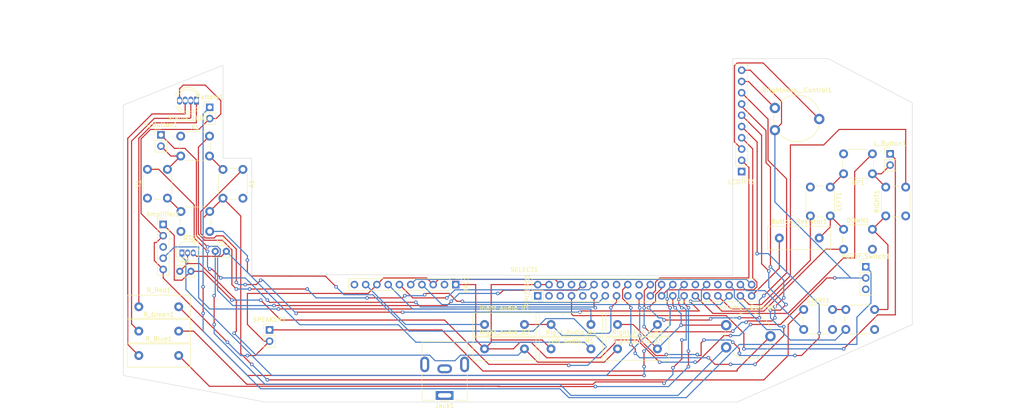
<source format=kicad_pcb>
(kicad_pcb (version 20211014) (generator pcbnew)
  (layers (0 "F.Cu" signal) (31 "B.Cu" signal) (34 "B.Paste" user) (35 "F.Paste" user) (36 "B.SilkS" user "B.Silkscreen") (37 "F.SilkS" user "F.Silkscreen") (38 "B.Mask" user) (39 "F.Mask" user) (44 "Edge.Cuts" user))
  (net 0 "")
  (net 1 "Net-(A1-Pad1)")
  (net 2 "Net-(A1-Pad2)")
  (net 3 "Net-(Amplifier1-Pad1)")
  (net 4 "Net-(Amplifier1-Pad2)")
  (net 6 "Net-(Amplifier1-Pad4)")
  (net 7 "Net-(B1-Pad1)")
  (net 8 "Net-(Battery1-Pad1)")
  (net 9 "Net-(Brightness__Control1-Pad2)")
  (net 10 "Net-(C1-Pad1)")
  (net 11 "Net-(SPEAKER1-Pad1)")
  (net 12 "Net-(C2-Pad2)")
  (net 14 "Net-(DAC1-Pad4)")
  (net 15 "Net-(DAC1-Pad5)")
  (net 16 "Net-(DAC1-Pad6)")
  (net 17 "Net-(DAC1-Pad7)")
  (net 18 "Net-(DAC1-Pad9)")
  (net 20 "Net-(C2-Pad1)")
  (net 22 "Net-(LCDTFT1-Pad2)")
  (net 23 "Net-(LCDTFT1-Pad4)")
  (net 24 "Net-(LCDTFT1-Pad5)")
  (net 25 "Net-(LCDTFT1-Pad6)")
  (net 26 "Net-(LCDTFT1-Pad7)")
  (net 27 "Net-(LCDTFT1-Pad8)")
  (net 28 "Net-(DOWN1-Pad2)")
  (net 29 "Net-(LEFT1-Pad2)")
  (net 31 "Net-(Q1-Pad1)")
  (net 32 "Net-(L_Button1-Pad1)")
  (net 37 "Net-(RPIZERO1-Pad10)")
  (net 38 "Net-(RPIZERO1-Pad11)")
  (net 39 "Net-(RIGHT1-Pad2)")
  (net 42 "Net-(RPIZERO1-Pad13)")
  (net 43 "Net-(RPIZERO1-Pad26)")
  (net 44 "Net-(RPIZERO1-Pad27)")
  (net 45 "Net-(RPIZERO1-Pad29)")
  (net 46 "Net-(RPIZERO1-Pad28)")
  (net 47 "Net-(RPIZERO1-Pad36)")
  (net 48 "Net-(RPIZERO1-Pad38)")
  (net 49 "Net-(Status_LED1-Pad1)")
  (net 50 "Net-(Status_LED1-Pad2)")
  (net 51 "Net-(Status_LED1-Pad3)")
  (footprint "Connector_PinHeader_2.54mm:PinHeader_1x10_P2.54mm_Vertical" (layer "F.Cu") (at 171 69.5 180)
    (fp_text reference "LCDTFT1")
    (fp_text value "Conn_01x10")
  )
  (footprint "Resistor_THT:R_Box_L14.0mm_W5.0mm_P9.00mm" (layer "F.Cu") (at 143 109.5)
    (fp_text reference "Right_Audio_R3")
    (fp_text value "1000")
  )
  (footprint "Connector_PinHeader_2.54mm:PinHeader_1x03_P2.54mm_Vertical" (layer "F.Cu") (at 199 90.975)
    (fp_text reference "Power_Switch1")
    (fp_text value "SW_SPDT")
  )
  (footprint "Capacitor_THT:C_Rect_L4.0mm_W2.5mm_P2.50mm" (layer "F.Cu") (at 52.25 87.5)
    (fp_text reference "C2")
    (fp_text value "C_Polarized_Small")
  )
  (footprint "Connector_PinHeader_2.54mm:PinHeader_1x02_P2.54mm_Vertical" (layer "F.Cu") (at 40 61.225)
    (fp_text reference "R_Button1")
    (fp_text value "Conn_01x02")
  )
  (footprint "Connector_PinHeader_2.54mm:PinHeader_2x20_P2.54mm_Vertical" (layer "F.Cu") (at 125 97.54 90)
    (fp_text reference "RPIZERO1")
    (fp_text value "Conn_02x20_Odd_Even")
  )
  (footprint "Button_Switch_THT:SW_PUSH_6mm" (layer "F.Cu") (at 200.5 70 180)
    (fp_text reference "UP1")
    (fp_text value "SW_Push_Dual")
  )
  (footprint "Potentiometer_THT:Potentiometer_Piher_PT-10-V10_Vertical" (layer "F.Cu") (at 167.5 109.15)
    (fp_text reference "Volume__Control1")
    (fp_text value "10k")
  )
  (footprint "Resistor_THT:R_Box_L14.0mm_W5.0mm_P9.00mm" (layer "F.Cu") (at 35 100)
    (fp_text reference "R_Red1")
    (fp_text value "220")
  )
  (footprint "Resistor_THT:R_Box_L14.0mm_W5.0mm_P9.00mm" (layer "F.Cu") (at 152 104 180)
    (fp_text reference "Right_Audio_R5")
    (fp_text value "20")
  )
  (footprint "Potentiometer_THT:Potentiometer_Piher_PT-10-V10_Vertical" (layer "F.Cu") (at 178.5 60.15)
    (fp_text reference "Brightness__Control1")
    (fp_text value "10k")
  )
  (footprint "Connector_PinHeader_2.54mm:PinHeader_1x02_P2.54mm_Vertical" (layer "F.Cu") (at 64.5 105.225)
    (fp_text reference "SPEAKER1")
    (fp_text value "Conn_01x02")
  )
  (footprint "Button_Switch_THT:SW_PUSH_6mm" (layer "F.Cu") (at 58.482231 69.015407 -90)
    (fp_text reference "A1")
    (fp_text value "SW_Push_Dual")
  )
  (footprint "Button_Switch_THT:SW_PUSH_6mm" (layer "F.Cu") (at 194.001226 82.530877)
    (fp_text reference "DOWN1")
    (fp_text value "SW_Push_Dual")
  )
  (footprint "LED_THT:LED_D5.0mm-4_RGB" (layer "F.Cu") (at 48 53.5 180)
    (fp_text reference "Status_LED1")
    (fp_text value "LED_RGBK")
  )
  (footprint "Button_Switch_THT:SW_PUSH_6mm" (layer "F.Cu") (at 51 83 180)
    (fp_text reference "B1")
    (fp_text value "SW_Push_Dual")
  )
  (footprint "Resistor_THT:R_Box_L14.0mm_W5.0mm_P9.00mm" (layer "F.Cu") (at 35 111)
    (fp_text reference "R_Blue1")
    (fp_text value "220")
  )
  (footprint "Connector_PinHeader_2.54mm:PinHeader_1x02_P2.54mm_Vertical" (layer "F.Cu") (at 51 55)
    (fp_text reference "Battery1")
    (fp_text value "Conn_01x02")
  )
  (footprint "Resistor_THT:R_Box_L14.0mm_W5.0mm_P9.00mm" (layer "F.Cu") (at 35 105.5)
    (fp_text reference "R_Green1")
    (fp_text value "220")
  )
  (footprint "Button_Switch_THT:SW_PUSH_6mm" (layer "F.Cu") (at 36.95 75.5 90)
    (fp_text reference "Y1")
    (fp_text value "SW_Push_Dual")
  )
  (footprint "Resistor_THT:R_Box_L14.0mm_W5.0mm_P9.00mm" (layer "F.Cu") (at 113 109.5)
    (fp_text reference "Right_Audio_R2")
    (fp_text value "3220")
  )
  (footprint "Resistor_THT:R_Box_L14.0mm_W5.0mm_P9.00mm" (layer "F.Cu") (at 128 109.5)
    (fp_text reference "Right_Audio_R4")
    (fp_text value "100")
  )
  (footprint "Resistor_THT:R_Box_L14.0mm_W5.0mm_P9.00mm" (layer "F.Cu") (at 179.5 84.5)
    (fp_text reference "Button_Resistor1")
    (fp_text value "10k")
  )
  (footprint "Connector_BarrelJack:BarrelJack_CUI_PJ-063AH_Horizontal" (layer "F.Cu") (at 104 120 180)
    (fp_text reference "Jack1")
    (fp_text value "AudioJack3")
  )
  (footprint "Capacitor_THT:C_Rect_L4.0mm_W2.5mm_P2.50mm" (layer "F.Cu") (at 44.25 92)
    (fp_text reference "C1")
    (fp_text value "C_Polarized_Small")
  )
  (footprint "Package_TO_SOT_THT:TO-92_Inline" (layer "F.Cu") (at 44.73 87.86)
    (fp_text reference "Q1")
    (fp_text value "S8050")
  )
  (footprint "Button_Switch_THT:SW_PUSH_6mm" (layer "F.Cu") (at 194.5 100.625)
    (fp_text reference locked "SELECT1")
    (fp_text value "SW_Push_Dual")
  )
  (footprint "Button_Switch_THT:SW_PUSH_6mm" (layer "F.Cu") (at 191 73 -90)
    (fp_text reference "LEFT1")
    (fp_text value "SW_Push_Dual")
  )
  (footprint "Connector_PinHeader_2.54mm:PinHeader_1x05_P2.54mm_Vertical" (layer "F.Cu") (at 40.5 81.425)
    (fp_text reference "Amplifier1")
    (fp_text value "Conn_01x05")
  )
  (footprint "Button_Switch_THT:SW_PUSH_6mm" (layer "F.Cu") (at 185 100.625)
    (fp_text reference "START1")
    (fp_text value "SW_Push_Dual")
  )
  (footprint "Connector_PinHeader_2.54mm:PinHeader_1x02_P2.54mm_Vertical" (layer "F.Cu") (at 204.5 65.5)
    (fp_text reference "L_Button1")
    (fp_text value "Conn_01x02")
  )
  (footprint "Resistor_THT:R_Box_L14.0mm_W5.0mm_P9.00mm" (layer "F.Cu") (at 113 104)
    (fp_text reference "Right_Audio_R1")
    (fp_text value "100")
  )
  (footprint "Button_Switch_THT:SW_PUSH_6mm" (layer "F.Cu") (at 203.508347 79.506304 90)
    (fp_text reference "RIGHT1")
    (fp_text value "SW_Push_Dual")
  )
  (footprint "Button_Switch_THT:SW_PUSH_6mm" (layer "F.Cu") (at 44.45 61.5)
    (fp_text reference "X1")
    (fp_text value "SW_Push_Dual")
  )
  (footprint "Resistor_THT:R_Box_L14.0mm_W5.0mm_P9.00mm" (layer "F.Cu") (at 137 104 180)
    (fp_text reference "Left_Audio_R1")
    (fp_text value "100")
  )
  (footprint "Connector_PinHeader_2.54mm:PinHeader_1x10_P2.54mm_Vertical" (layer "F.Cu") (at 106.5 95 -90)
    (fp_text reference "DAC1")
    (fp_text value "Conn_01x10")
  )
  (gr_poly (pts (xy 209.5 54) (xy 209.5 104) (xy 170 121.5) (xy 63.5 121.5) (xy 31.5 115.5) (xy 31.5 54.5) (xy 54 45.5) (xy 54 66.5) (xy 60.5 66.5) (xy 60.5 92.729951) (xy 169 93) (xy 169 44) (xy 190.5 44)) (layer "Edge.Cuts") (width 0.1) (fill none))
  (segment (start 49 83.5) (end 49 78.497638) (width 0.25) (layer "F.Cu") (net 1))
  (segment (start 61.5 95) (end 59 95) (width 0.25) (layer "F.Cu") (net 1))
  (segment (start 49 78.497638) (end 58.482231 69.015407) (width 0.25) (layer "F.Cu") (net 1))
  (segment (start 134.775 100.9495) (end 134.5 101.2245) (width 0.25) (layer "F.Cu") (net 1))
  (segment (start 54 84) (end 52.5 84) (width 0.25) (layer "F.Cu") (net 1))
  (segment (start 50 84.5) (end 49 83.5) (width 0.25) (layer "F.Cu") (net 1))
  (segment (start 161.4495 100.9495) (end 134.775 100.9495) (width 0.25) (layer "F.Cu") (net 1))
  (segment (start 161.4495 100.9495) (end 159.5 99) (width 0.25) (layer "F.Cu") (net 1))
  (segment (start 159.5 99) (end 159.5 98.7755) (width 0.25) (layer "F.Cu") (net 1))
  (segment (start 52 84.5) (end 50 84.5) (width 0.25) (layer "F.Cu") (net 1))
  (segment (start 52.5 84) (end 52 84.5) (width 0.25) (layer "F.Cu") (net 1))
  (segment (start 94.5 101.2245) (end 70.7755 101.2245) (width 0.25) (layer "F.Cu") (net 1))
  (segment (start 62.5 94) (end 61.5 95) (width 0.25) (layer "F.Cu") (net 1))
  (segment (start 70.7755 101.2245) (end 70.5 101.5) (width 0.25) (layer "F.Cu") (net 1))
  (segment (start 57 87) (end 54 84) (width 0.25) (layer "F.Cu") (net 1))
  (segment (start 57 94.5) (end 57 87) (width 0.25) (layer "F.Cu") (net 1))
  (via (at 134.5 101.2245) (size 0.8) (drill 0.4) (layers "F.Cu" "B.Cu") (net 1))
  (via (at 70.5 101.5) (size 0.8) (drill 0.4) (layers "F.Cu" "B.Cu") (net 1))
  (via (at 59 95) (size 0.8) (drill 0.4) (layers "F.Cu" "B.Cu") (net 1))
  (via (at 62.5 94) (size 0.8) (drill 0.4) (layers "F.Cu" "B.Cu") (net 1))
  (via (at 94.5 101.2245) (size 0.8) (drill 0.4) (layers "F.Cu" "B.Cu") (net 1))
  (via (at 57 94.5) (size 0.8) (drill 0.4) (layers "F.Cu" "B.Cu") (net 1))
  (via (at 159.5 98.7755) (size 0.8) (drill 0.4) (layers "F.Cu" "B.Cu") (net 1))
  (segment (start 161.925 98.575) (end 161.7245 98.7755) (width 0.25) (layer "B.Cu") (net 1))
  (segment (start 57.5 95) (end 57 94.5) (width 0.25) (layer "B.Cu") (net 1))
  (segment (start 70.5 101.5) (end 63 94) (width 0.25) (layer "B.Cu") (net 1))
  (segment (start 134.5 101.2245) (end 94.5 101.2245) (width 0.25) (layer "B.Cu") (net 1))
  (segment (start 161.925 96.175) (end 161.925 98.575) (width 0.25) (layer "B.Cu") (net 1))
  (segment (start 63 94) (end 62.5 94) (width 0.25) (layer "B.Cu") (net 1))
  (segment (start 59 95) (end 57.5 95) (width 0.25) (layer "B.Cu") (net 1))
  (segment (start 161.7245 98.7755) (end 159.5 98.7755) (width 0.25) (layer "B.Cu") (net 1))
  (segment (start 163.1 95) (end 161.925 96.175) (width 0.25) (layer "B.Cu") (net 1))
  (segment (start 59.187396 111.737299) (end 58 110.549903) (width 0.25) (layer "F.Cu") (net 2))
  (segment (start 184.875 100.625) (end 181.5 104) (width 0.25) (layer "F.Cu") (net 2))
  (segment (start 60.450097 113) (end 60.5 113) (width 0.25) (layer "F.Cu") (net 2))
  (segment (start 191 79.5) (end 194.001226 82.501226) (width 0.25) (layer "F.Cu") (net 2))
  (segment (start 191 82) (end 188.5 84.5) (width 0.25) (layer "F.Cu") (net 2))
  (segment (start 200.502043 70) (end 200.5 70) (width 0.25) (layer "F.Cu") (net 2))
  (segment (start 181.5 111) (end 176 116.5) (width 0.25) (layer "F.Cu") (net 2))
  (segment (start 49.5 80) (end 49.5 82.5) (width 0.25) (layer "F.Cu") (net 2))
  (segment (start 200.501226 82.530877) (end 203.508347 79.523756) (width 0.25) (layer "F.Cu") (net 2))
  (segment (start 194.5 100.625) (end 191.5 100.625) (width 0.25) (layer "F.Cu") (net 2))
  (segment (start 58 79.533176) (end 53.982231 75.515407) (width 0.25) (layer "F.Cu") (net 2))
  (segment (start 203.508347 79.523756) (end 203.508347 79.506304) (width 0.25) (layer "F.Cu") (net 2))
  (segment (start 51 78.5) (end 49.5 80) (width 0.25) (layer "F.Cu") (net 2))
  (segment (start 50.95 66) (end 53.965407 69.015407) (width 0.25) (layer "F.Cu") (net 2))
  (segment (start 194 70) (end 191 73) (width 0.25) (layer "F.Cu") (net 2))
  (segment (start 44.45 66) (end 42.235 66) (width 0.25) (layer "F.Cu") (net 2))
  (segment (start 191 79.5) (end 191 82) (width 0.25) (layer "F.Cu") (net 2))
  (segment (start 185 100.625) (end 184.875 100.625) (width 0.25) (layer "F.Cu") (net 2))
  (segment (start 203.508347 73.006304) (end 200.502043 70) (width 0.25) (layer "F.Cu") (net 2))
  (segment (start 58 110.549903) (end 58 79.533176) (width 0.25) (layer "F.Cu") (net 2))
  (segment (start 200.5 70) (end 202.54 70) (width 0.25) (layer "F.Cu") (net 2))
  (segment (start 204 100.5) (end 204 86.029651) (width 0.25) (layer "F.Cu") (net 2))
  (segment (start 176 116.5) (end 64 116.5) (width 0.25) (layer "F.Cu") (net 2))
  (segment (start 203.875 100.625) (end 204 100.5) (width 0.25) (layer "F.Cu") (net 2))
  (segment (start 59.187396 111.737299) (end 60.450097 113) (width 0.25) (layer "F.Cu") (net 2))
  (segment (start 41.45 69) (end 44.45 66) (width 0.25) (layer "F.Cu") (net 2))
  (segment (start 194.001226 82.501226) (end 194.001226 82.530877) (width 0.25) (layer "F.Cu") (net 2))
  (segment (start 44.5 78.5) (end 41.5 75.5) (width 0.25) (layer "F.Cu") (net 2))
  (segment (start 181.5 104) (end 181.5 111) (width 0.25) (layer "F.Cu") (net 2))
  (segment (start 201 100.625) (end 203.875 100.625) (width 0.25) (layer "F.Cu") (net 2))
  (segment (start 202.54 70) (end 204.5 68.04) (width 0.25) (layer "F.Cu") (net 2))
  (segment (start 51 78.497638) (end 51 78.5) (width 0.25) (layer "F.Cu") (net 2))
  (segment (start 41.5 75.5) (end 41.45 75.5) (width 0.25) (layer "F.Cu") (net 2))
  (segment (start 53.982231 75.515407) (end 51 78.497638) (width 0.25) (layer "F.Cu") (net 2))
  (segment (start 53.965407 69.015407) (end 53.982231 69.015407) (width 0.25) (layer "F.Cu") (net 2))
  (segment (start 200.501226 82.513425) (end 200.501226 82.530877) (width 0.25) (layer "F.Cu") (net 2))
  (segment (start 204 86.029651) (end 200.501226 82.530877) (width 0.25) (layer "F.Cu") (net 2))
  (segment (start 42.235 66) (end 40 63.765) (width 0.25) (layer "F.Cu") (net 2))
  (via (at 64 116.5) (size 0.8) (drill 0.4) (layers "F.Cu" "B.Cu") (net 2))
  (via (at 60.5 113) (size 0.8) (drill 0.4) (layers "F.Cu" "B.Cu") (net 2))
  (segment (start 60.5 113) (end 64 116.5) (width 0.25) (layer "B.Cu") (net 2))
  (segment (start 113.968556 113) (end 131.7755 113) (width 0.25) (layer "F.Cu") (net 3))
  (segment (start 62.5 98.5) (end 67 103) (width 0.25) (layer "F.Cu") (net 3))
  (segment (start 43 83.925) (end 43 94) (width 0.25) (layer "F.Cu") (net 3))
  (segment (start 67 103) (end 104 103) (width 0.25) (layer "F.Cu") (net 3))
  (segment (start 44.75 94) (end 46.75 92) (width 0.25) (layer "F.Cu") (net 3))
  (segment (start 104 103.031444) (end 113.968556 113) (width 0.25) (layer "F.Cu") (net 3))
  (segment (start 122 104) (end 128 104) (width 0.25) (layer "F.Cu") (net 3))
  (segment (start 46.75 92) (end 49.5 92) (width 0.25) (layer "F.Cu") (net 3))
  (segment (start 43 94) (end 44.75 94) (width 0.25) (layer "F.Cu") (net 3))
  (segment (start 40.5 81.425) (end 43 83.925) (width 0.25) (layer "F.Cu") (net 3))
  (segment (start 131.7755 113) (end 132 113.2245) (width 0.25) (layer "F.Cu") (net 3))
  (segment (start 104 103) (end 104 103.031444) (width 0.25) (layer "F.Cu") (net 3))
  (segment (start 49.5 92) (end 56 98.5) (width 0.25) (layer "F.Cu") (net 3))
  (via (at 62.5 98.5) (size 0.8) (drill 0.4) (layers "F.Cu" "B.Cu") (net 3))
  (via (at 56 98.5) (size 0.8) (drill 0.4) (layers "F.Cu" "B.Cu") (net 3))
  (via (at 132 113.2245) (size 0.8) (drill 0.4) (layers "F.Cu" "B.Cu") (net 3))
  (segment (start 132 113.2245) (end 136.2755 113.2245) (width 0.25) (layer "B.Cu") (net 3))
  (segment (start 56 98.5) (end 62.5 98.5) (width 0.25) (layer "B.Cu") (net 3))
  (segment (start 136.2755 113.2245) (end 140.5 109) (width 0.25) (layer "B.Cu") (net 3))
  (segment (start 140.5 109) (end 138 106.5) (width 0.25) (layer "B.Cu") (net 3))
  (segment (start 138 106.5) (end 130.5 106.5) (width 0.25) (layer "B.Cu") (net 3))
  (segment (start 130.5 106.5) (end 128 104) (width 0.25) (layer "B.Cu") (net 3))
  (segment (start 40.5 91.585) (end 38.5 89.585) (width 0.25) (layer "F.Cu") (net 4))
  (segment (start 143 104) (end 146.5 104) (width 0.25) (layer "F.Cu") (net 4))
  (segment (start 179.5 91.3) (end 179.5 84.5) (width 0.25) (layer "F.Cu") (net 4))
  (segment (start 146.5 104) (end 152 109.5) (width 0.25) (layer "F.Cu") (net 4))
  (segment (start 51 57.54) (end 52.46 57.54) (width 0.25) (layer "F.Cu") (net 4))
  (segment (start 35.5 78.965) (end 40.5 83.965) (width 0.25) (layer "F.Cu") (net 4))
  (segment (start 173.26 97.54) (end 179.5 91.3) (width 0.25) (layer "F.Cu") (net 4))
  (segment (start 45 50) (end 44.19 50.81) (width 0.25) (layer "F.Cu") (net 4))
  (segment (start 40.5 91.585) (end 40.5 93.5) (width 0.25) (layer "F.Cu") (net 4))
  (segment (start 44.19 50.81) (end 44.19 53.5) (width 0.25) (layer "F.Cu") (net 4))
  (segment (start 156 100.225) (end 155.48 99.705) (width 0.25) (layer "F.Cu") (net 4))
  (segment (start 86.72 97) (end 88.72 95) (width 0.25) (layer "F.Cu") (net 4))
  (segment (start 61.252701 111.012299) (end 64.5 107.765) (width 0.25) (layer "F.Cu") (net 4))
  (segment (start 155.48 99.705) (end 155.48 97.54) (width 0.25) (layer "F.Cu") (net 4))
  (segment (start 52.46 57.54) (end 53.5 56.5) (width 0.25) (layer "F.Cu") (net 4))
  (segment (start 50 50) (end 45 50) (width 0.25) (layer "F.Cu") (net 4))
  (segment (start 38.965 85.5) (end 40.5 83.965) (width 0.25) (layer "F.Cu") (net 4))
  (segment (start 38.5 89.585) (end 38.5 85.5) (width 0.25) (layer "F.Cu") (net 4))
  (segment (start 88.72 95) (end 90.22 93.5) (width 0.25) (layer "F.Cu") (net 4))
  (segment (start 40.5 93.5) (end 55 108) (width 0.25) (layer "F.Cu") (net 4))
  (segment (start 102.595 93.825) (end 128.905 93.825) (width 0.25) (layer "F.Cu") (net 4))
  (segment (start 172.53 49.18) (end 171 49.18) (width 0.25) (layer "F.Cu") (net 4))
  (segment (start 59.5 97) (end 86.72 97) (width 0.25) (layer "F.Cu") (net 4))
  (segment (start 51 57.54) (end 48.54 60) (width 0.25) (layer "F.Cu") (net 4))
  (segment (start 101.42 95) (end 102.595 93.825) (width 0.25) (layer "F.Cu") (net 4))
  (segment (start 178.5 55.15) (end 172.53 49.18) (width 0.25) (layer "F.Cu") (net 4))
  (segment (start 38.5 85.5) (end 38.965 85.5) (width 0.25) (layer "F.Cu") (net 4))
  (segment (start 53.5 53.5) (end 50 50) (width 0.25) (layer "F.Cu") (net 4))
  (segment (start 64.5 107.765) (end 63.265 107.765) (width 0.25) (layer "F.Cu") (net 4))
  (segment (start 35.5 62.136396) (end 35.5 78.965) (width 0.25) (layer "F.Cu") (net 4))
  (segment (start 167.5 104.15) (end 157.35 104.15) (width 0.25) (layer "F.Cu") (net 4))
  (segment (start 59.5 104) (end 59.5 97) (width 0.25) (layer "F.Cu") (net 4))
  (segment (start 53.5 56.5) (end 53.5 53.5) (width 0.25) (layer "F.Cu") (net 4))
  (segment (start 37.636396 60) (end 35.5 62.136396) (width 0.25) (layer "F.Cu") (net 4))
  (segment (start 99.92 93.5) (end 101.42 95) (width 0.25) (layer "F.Cu") (net 4))
  (segment (start 90.22 93.5) (end 99.92 93.5) (width 0.25) (layer "F.Cu") (net 4))
  (segment (start 48.54 60) (end 37.636396 60) (width 0.25) (layer "F.Cu") (net 4))
  (segment (start 128.905 93.825) (end 130.08 95) (width 0.25) (layer "F.Cu") (net 4))
  (segment (start 63.265 107.765) (end 59.5 104) (width 0.25) (layer "F.Cu") (net 4))
  (segment (start 59.487701 111.012299) (end 61.252701 111.012299) (width 0.25) (layer "F.Cu") (net 4))
  (via (at 59.487701 111.012299) (size 0.8) (drill 0.4) (layers "F.Cu" "B.Cu") (net 4))
  (via (at 156 100.225) (size 0.8) (drill 0.4) (layers "F.Cu" "B.Cu") (net 4))
  (via (at 157.35 104.15) (size 0.8) (drill 0.4) (layers "F.Cu" "B.Cu") (net 4))
  (via (at 55 108) (size 0.8) (drill 0.4) (layers "F.Cu" "B.Cu") (net 4))
  (segment (start 156 100.225) (end 157.35 101.575) (width 0.25) (layer "B.Cu") (net 4))
  (segment (start 157.35 101.575) (end 157.35 104.15) (width 0.25) (layer "B.Cu") (net 4))
  (segment (start 58.012299 111.012299) (end 59.487701 111.012299) (width 0.25) (layer "B.Cu") (net 4))
  (segment (start 55 108) (end 58.012299 111.012299) (width 0.25) (layer "B.Cu") (net 4))
  (segment (start 157.35 104.15) (end 152 109.5) (width 0.25) (layer "B.Cu") (net 4))
  (segment (start 113 109.5) (end 111 107.5) (width 0.25) (layer "F.Cu") (net 6))
  (segment (start 139.126167 111.5) (end 142.5 108.126167) (width 0.25) (layer "F.Cu") (net 6))
  (segment (start 142.5 107.5) (end 147.468556 107.5) (width 0.25) (layer "F.Cu") (net 6))
  (segment (start 179.751167 104) (end 190.251167 93.5) (width 0.25) (layer "F.Cu") (net 6))
  (segment (start 167 106.5) (end 168.5 106.5) (width 0.25) (layer "F.Cu") (net 6))
  (segment (start 119.5 109.5) (end 121 108) (width 0.25) (layer "F.Cu") (net 6))
  (segment (start 121 108) (end 123.5 108) (width 0.25) (layer "F.Cu") (net 6))
  (segment (start 114.5 107.5) (end 114.5 108) (width 0.25) (layer "F.Cu") (net 6))
  (segment (start 66.5 100.5) (end 106.5 100.5) (width 0.25) (layer "F.Cu") (net 6))
  (segment (start 142.5 108.126167) (end 142.5 107.5) (width 0.25) (layer "F.Cu") (net 6))
  (segment (start 111 95) (end 106.5 95) (width 0.25) (layer "F.Cu") (net 6))
  (segment (start 113 109.5) (end 119.5 109.5) (width 0.25) (layer "F.Cu") (net 6))
  (segment (start 151.765722 111.765722) (end 151.734278 111.765722) (width 0.25) (layer "F.Cu") (net 6))
  (segment (start 172.945708 46.64) (end 171 46.64) (width 0.25) (layer "F.Cu") (net 6))
  (segment (start 179.995 53.689292) (end 172.945708 46.64) (width 0.25) (layer "F.Cu") (net 6))
  (segment (start 123.5 108) (end 127 111.5) (width 0.25) (layer "F.Cu") (net 6))
  (segment (start 114.5 108) (end 113 109.5) (width 0.25) (layer "F.Cu") (net 6))
  (segment (start 151.734278 111.765722) (end 152.468556 112.5) (width 0.25) (layer "F.Cu") (net 6))
  (segment (start 178.5 60.15) (end 179.995 58.655) (width 0.25) (layer "F.Cu") (net 6))
  (segment (start 127 111.5) (end 139.126167 111.5) (width 0.25) (layer "F.Cu") (net 6))
  (segment (start 125 95) (end 114.5 95) (width 0.25) (layer "F.Cu") (net 6))
  (segment (start 147.468556 107.5) (end 151.734278 111.765722) (width 0.25) (layer "F.Cu") (net 6))
  (segment (start 125 95) (end 127.54 95) (width 0.25) (layer "F.Cu") (net 6))
  (segment (start 173 104) (end 179.751167 104) (width 0.25) (layer "F.Cu") (net 6))
  (segment (start 161 112.5) (end 167 106.5) (width 0.25) (layer "F.Cu") (net 6))
  (segment (start 179.995 58.655) (end 179.995 53.689292) (width 0.25) (layer "F.Cu") (net 6))
  (segment (start 190.251167 93.5) (end 192 93.5) (width 0.25) (layer "F.Cu") (net 6))
  (segment (start 126 107.5) (end 114.5 107.5) (width 0.25) (layer "F.Cu") (net 6))
  (segment (start 111 107.5) (end 111 95) (width 0.25) (layer "F.Cu") (net 6))
  (segment (start 152.5 112.5) (end 151.765722 111.765722) (width 0.25) (layer "F.Cu") (net 6))
  (segment (start 128 109.5) (end 126 107.5) (width 0.25) (layer "F.Cu") (net 6))
  (segment (start 161 112.5) (end 160.5 112.5) (width 0.25) (layer "F.Cu") (net 6))
  (segment (start 114.5 107.5) (end 114.5 95) (width 0.25) (layer "F.Cu") (net 6))
  (via (at 152.5 112.5) (size 0.8) (drill 0.4) (layers "F.Cu" "B.Cu") (net 6))
  (via (at 173 104) (size 0.8) (drill 0.4) (layers "F.Cu" "B.Cu") (net 6))
  (via (at 168.5 106.5) (size 0.8) (drill 0.4) (layers "F.Cu" "B.Cu") (net 6))
  (via (at 160.5 112.5) (size 0.8) (drill 0.4) (layers "F.Cu" "B.Cu") (net 6))
  (via (at 66.5 100.5) (size 0.8) (drill 0.4) (layers "F.Cu" "B.Cu") (net 6))
  (via (at 192 93.5) (size 0.8) (drill 0.4) (layers "F.Cu" "B.Cu") (net 6))
  (segment (start 178.5 76.373833) (end 178.5 60.15) (width 0.25) (layer "B.Cu") (net 6))
  (segment (start 195.5 93.5) (end 195.563084 93.436916) (width 0.25) (layer "B.Cu") (net 6))
  (segment (start 40.5 89.045) (end 43.045 86.5) (width 0.25) (layer "B.Cu") (net 6))
  (segment (start 43.045 86.5) (end 48.5 86.5) (width 0.25) (layer "B.Cu") (net 6))
  (segment (start 195.563084 93.436916) (end 178.5 76.373833) (width 0.25) (layer "B.Cu") (net 6))
  (segment (start 160.5 112.5) (end 152.5 112.5) (width 0.25) (layer "B.Cu") (net 6))
  (segment (start 168.5 106.5) (end 170.5 106.5) (width 0.25) (layer "B.Cu") (net 6))
  (segment (start 51 100.5) (end 66.5 100.5) (width 0.25) (layer "B.Cu") (net 6))
  (segment (start 48.5 86.5) (end 48.5 98) (width 0.25) (layer "B.Cu") (net 6))
  (segment (start 48.5 98) (end 51 100.5) (width 0.25) (layer "B.Cu") (net 6))
  (segment (start 192 93.5) (end 195.5 93.5) (width 0.25) (layer "B.Cu") (net 6))
  (segment (start 170.5 106.5) (end 173 104) (width 0.25) (layer "B.Cu") (net 6))
  (segment (start 195.641167 93.515) (end 195.563084 93.436916) (width 0.25) (layer "B.Cu") (net 6))
  (segment (start 199 93.515) (end 195.641167 93.515) (width 0.25) (layer "B.Cu") (net 6))
  (segment (start 76.999761 93.096019) (end 77.096019 93.096019) (width 0.25) (layer "F.Cu") (net 7))
  (segment (start 142.78 98.945) (end 142.78 97.54) (width 0.25) (layer "F.Cu") (net 7))
  (segment (start 62.499851 93.05993) (end 76.999761 93.096019) (width 0.25) (layer "F.Cu") (net 7))
  (segment (start 60.37036 93.05993) (end 62.499851 93.05993) (width 0.25) (layer "F.Cu") (net 7))
  (segment (start 77.096019 93.096019) (end 79.5 95.5) (width 0.25) (layer "F.Cu") (net 7))
  (segment (start 59.5 89.5) (end 59.5 92.18957) (width 0.25) (layer "F.Cu") (net 7))
  (segment (start 141.5 100.225) (end 142.78 98.945) (width 0.25) (layer "F.Cu") (net 7))
  (segment (start 59.5 92.18957) (end 60.37036 93.05993) (width 0.25) (layer "F.Cu") (net 7))
  (via (at 59.5 89.5) (size 0.8) (drill 0.4) (layers "F.Cu" "B.Cu") (net 7))
  (via (at 141.5 100.225) (size 0.8) (drill 0.4) (layers "F.Cu" "B.Cu") (net 7))
  (via (at 79.5 95.5) (size 0.8) (drill 0.4) (layers "F.Cu" "B.Cu") (net 7))
  (segment (start 125 104.5) (end 126.825 102.675) (width 0.25) (layer "B.Cu") (net 7))
  (segment (start 81.275 97.275) (end 87.775 97.275) (width 0.25) (layer "B.Cu") (net 7))
  (segment (start 51 83) (end 54 83) (width 0.25) (layer "B.Cu") (net 7))
  (segment (start 79.5 95.5) (end 81.275 97.275) (width 0.25) (layer "B.Cu") (net 7))
  (segment (start 87.775 97.275) (end 96 105.5) (width 0.25) (layer "B.Cu") (net 7))
  (segment (start 141.5 105.5) (end 141.5 100.225) (width 0.25) (layer "B.Cu") (net 7))
  (segment (start 124 105.5) (end 125 104.5) (width 0.25) (layer "B.Cu") (net 7))
  (segment (start 126.825 102.675) (end 133.143556 102.675) (width 0.25) (layer "B.Cu") (net 7))
  (segment (start 136.468556 106) (end 141 106) (width 0.25) (layer "B.Cu") (net 7))
  (segment (start 54 83) (end 59.5 88.5) (width 0.25) (layer "B.Cu") (net 7))
  (segment (start 59.5 88.5) (end 59.5 89.5) (width 0.25) (layer "B.Cu") (net 7))
  (segment (start 96 105.5) (end 124 105.5) (width 0.25) (layer "B.Cu") (net 7))
  (segment (start 141 106) (end 141.5 105.5) (width 0.25) (layer "B.Cu") (net 7))
  (segment (start 133.143556 102.675) (end 136.468556 106) (width 0.25) (layer "B.Cu") (net 7))
  (segment (start 49.512299 95.512299) (end 49.5 95.5) (width 0.25) (layer "F.Cu") (net 8))
  (segment (start 49.512299 101.487701) (end 49.512299 95.512299) (width 0.25) (layer "F.Cu") (net 8))
  (via (at 49.5 95.5) (size 0.8) (drill 0.4) (layers "F.Cu" "B.Cu") (net 8))
  (via (at 49.512299 101.487701) (size 0.8) (drill 0.4) (layers "F.Cu" "B.Cu") (net 8))
  (segment (start 132 120.5) (end 158.5 120.5) (width 0.25) (layer "B.Cu") (net 8))
  (segment (start 158.5 120.5) (end 170.5 108.5) (width 0.25) (layer "B.Cu") (net 8))
  (segment (start 197 108.5) (end 197 102.359998) (width 0.25) (layer "B.Cu") (net 8))
  (segment (start 49.512299 101.487701) (end 49.512299 105.512299) (width 0.25) (layer "B.Cu") (net 8))
  (segment (start 62.5 118.5) (end 130 118.5) (width 0.25) (layer "B.Cu") (net 8))
  (segment (start 130 118.5) (end 132 120.5) (width 0.25) (layer "B.Cu") (net 8))
  (segment (start 197 102.359998) (end 200.175 99.184998) (width 0.25) (layer "B.Cu") (net 8))
  (segment (start 49.5 56.5) (end 51 55) (width 0.25) (layer "B.Cu") (net 8))
  (segment (start 49.5 95.5) (end 49.5 56.5) (width 0.25) (layer "B.Cu") (net 8))
  (segment (start 49.512299 105.512299) (end 62.5 118.5) (width 0.25) (layer "B.Cu") (net 8))
  (segment (start 170.5 108.5) (end 197 108.5) (width 0.25) (layer "B.Cu") (net 8))
  (segment (start 200.175 92.15) (end 199 90.975) (width 0.25) (layer "B.Cu") (net 8))
  (segment (start 200.175 99.184998) (end 200.175 92.15) (width 0.25) (layer "B.Cu") (net 8))
  (segment (start 175.85 45) (end 188.5 57.65) (width 0.25) (layer "F.Cu") (net 9))
  (segment (start 169.363557 45.636443) (end 170 45) (width 0.25) (layer "F.Cu") (net 9))
  (segment (start 169.363557 62.783557) (end 169.363557 45.636443) (width 0.25) (layer "F.Cu") (net 9))
  (segment (start 170 45) (end 175.85 45) (width 0.25) (layer "F.Cu") (net 9))
  (segment (start 171 64.42) (end 169.363557 62.783557) (width 0.25) (layer "F.Cu") (net 9))
  (segment (start 57 98.474695) (end 57 105) (width 0.25) (layer "F.Cu") (net 10))
  (segment (start 44.25 92) (end 46 90.25) (width 0.25) (layer "F.Cu") (net 10))
  (segment (start 140 112.5) (end 143 109.5) (width 0.25) (layer "F.Cu") (net 10))
  (segment (start 122 109.5) (end 125 112.5) (width 0.25) (layer "F.Cu") (net 10))
  (segment (start 56.300305 97.775) (end 57 98.474695) (width 0.25) (layer "F.Cu") (net 10))
  (segment (start 46 90.25) (end 46 87.86) (width 0.25) (layer "F.Cu") (net 10))
  (segment (start 125 112.5) (end 140 112.5) (width 0.25) (layer "F.Cu") (net 10))
  (segment (start 46 90.25) (end 48.724695 90.25) (width 0.25) (layer "F.Cu") (net 10))
  (segment (start 57 105.5) (end 56.512299 105.987701) (width 0.25) (layer "F.Cu") (net 10))
  (segment (start 56.249695 97.775) (end 56.300305 97.775) (width 0.25) (layer "F.Cu") (net 10))
  (segment (start 57 105) (end 57 105.5) (width 0.25) (layer "F.Cu") (net 10))
  (segment (start 48.724695 90.25) (end 56.249695 97.775) (width 0.25) (layer "F.Cu") (net 10))
  (via (at 56.512299 105.987701) (size 0.8) (drill 0.4) (layers "F.Cu" "B.Cu") (net 10))
  (segment (start 107.575 110.925) (end 120.575 110.925) (width 0.25) (layer "B.Cu") (net 10))
  (segment (start 106.324999 112.175001) (end 107.575 110.925) (width 0.25) (layer "B.Cu") (net 10))
  (segment (start 100.601596 110.925) (end 101.851597 112.175001) (width 0.25) (layer "B.Cu") (net 10))
  (segment (start 56.512299 105.987701) (end 61.449598 110.925) (width 0.25) (layer "B.Cu") (net 10))
  (segment (start 120.575 110.925) (end 122 109.5) (width 0.25) (layer "B.Cu") (net 10))
  (segment (start 101.851597 112.175001) (end 106.324999 112.175001) (width 0.25) (layer "B.Cu") (net 10))
  (segment (start 61.449598 110.925) (end 100.601596 110.925) (width 0.25) (layer "B.Cu") (net 10))
  (segment (start 170 114.5) (end 170 114.15) (width 0.25) (layer "F.Cu") (net 11))
  (segment (start 103.348833 105.225) (end 112.623833 114.5) (width 0.25) (layer "F.Cu") (net 11))
  (segment (start 112.623833 114.5) (end 170 114.5) (width 0.25) (layer "F.Cu") (net 11))
  (segment (start 170 114.15) (end 177.5 106.65) (width 0.25) (layer "F.Cu") (net 11))
  (segment (start 64.5 105.225) (end 103.348833 105.225) (width 0.25) (layer "F.Cu") (net 11))
  (segment (start 47.27 87.86) (end 48.035 88.625) (width 0.25) (layer "F.Cu") (net 12))
  (segment (start 53.625 88.625) (end 54.75 87.5) (width 0.25) (layer "F.Cu") (net 12))
  (segment (start 48.035 88.625) (end 53.625 88.625) (width 0.25) (layer "F.Cu") (net 12))
  (segment (start 97.5 108) (end 93.55 104.05) (width 0.25) (layer "B.Cu") (net 12))
  (segment (start 93.55 104.05) (end 71.3 104.05) (width 0.25) (layer "B.Cu") (net 12))
  (segment (start 71.3 104.05) (end 54.75 87.5) (width 0.25) (layer "B.Cu") (net 12))
  (segment (start 135.5 108) (end 97.5 108) (width 0.25) (layer "B.Cu") (net 12))
  (segment (start 137 109.5) (end 135.5 108) (width 0.25) (layer "B.Cu") (net 12))
  (segment (start 168.18 97.54) (end 166.22 99.5) (width 0.25) (layer "B.Cu") (net 14))
  (segment (start 103.38 99.5) (end 98.88 95) (width 0.25) (layer "B.Cu") (net 14))
  (segment (start 166.22 99.5) (end 103.38 99.5) (width 0.25) (layer "B.Cu") (net 14))
  (segment (start 96.34 95) (end 97.515 93.825) (width 0.25) (layer "B.Cu") (net 15))
  (segment (start 172.085 93.825) (end 173.26 95) (width 0.25) (layer "B.Cu") (net 15))
  (segment (start 97.515 93.825) (end 172.085 93.825) (width 0.25) (layer "B.Cu") (net 15))
  (segment (start 96.8 98) (end 104.5 98) (width 0.25) (layer "F.Cu") (net 16))
  (segment (start 93.8 95) (end 96.8 98) (width 0.25) (layer "F.Cu") (net 16))
  (via (at 104.5 98) (size 0.8) (drill 0.4) (layers "F.Cu" "B.Cu") (net 16))
  (segment (start 104.5 98) (end 106.325 96.175) (width 0.25) (layer "B.Cu") (net 16))
  (segment (start 106.325 96.175) (end 136.525 96.175) (width 0.25) (layer "B.Cu") (net 16))
  (segment (start 136.525 96.175) (end 137.7 95) (width 0.25) (layer "B.Cu") (net 16))
  (segment (start 96.76 100.5) (end 137 100.5) (width 0.25) (layer "B.Cu") (net 17))
  (segment (start 91.26 95) (end 96.76 100.5) (width 0.25) (layer "B.Cu") (net 17))
  (segment (start 137 100.5) (end 137 104) (width 0.25) (layer "B.Cu") (net 17))
  (segment (start 95.18 104) (end 113 104) (width 0.25) (layer "B.Cu") (net 18))
  (segment (start 86.18 95) (end 95.18 104) (width 0.25) (layer "B.Cu") (net 18))
  (segment (start 52.012299 103.987701) (end 52 103.975402) (width 0.25) (layer "F.Cu") (net 20))
  (segment (start 52 103.975402) (end 52 97.5) (width 0.25) (layer "F.Cu") (net 20))
  (via (at 52 97.5) (size 0.8) (drill 0.4) (layers "F.Cu" "B.Cu") (net 20))
  (via (at 52.012299 103.987701) (size 0.8) (drill 0.4) (layers "F.Cu" "B.Cu") (net 20))
  (segment (start 52.012299 103.987701) (end 52 104) (width 0.25) (layer "B.Cu") (net 20))
  (segment (start 63.474695 117.5) (end 130 117.5) (width 0.25) (layer "B.Cu") (net 20))
  (segment (start 52 97.5) (end 52.25 97.25) (width 0.25) (layer "B.Cu") (net 20))
  (segment (start 156.65 120) (end 167.5 109.15) (width 0.25) (layer "B.Cu") (net 20))
  (segment (start 52 104) (end 52 106.025305) (width 0.25) (layer "B.Cu") (net 20))
  (segment (start 132.5 120) (end 156.65 120) (width 0.25) (layer "B.Cu") (net 20))
  (segment (start 52.25 97.25) (end 52.25 87.5) (width 0.25) (layer "B.Cu") (net 20))
  (segment (start 130 117.5) (end 132.5 120) (width 0.25) (layer "B.Cu") (net 20))
  (segment (start 52 106.025305) (end 63.474695 117.5) (width 0.25) (layer "B.Cu") (net 20))
  (segment (start 152.5 93.5) (end 172.5 93.5) (width 0.25) (layer "F.Cu") (net 22))
  (segment (start 151.575 96.365) (end 151.575 94.425) (width 0.25) (layer "F.Cu") (net 22))
  (segment (start 172.636443 93.363557) (end 172.636443 68.596443) (width 0.25) (layer "F.Cu") (net 22))
  (segment (start 150.4 97.54) (end 151.575 96.365) (width 0.25) (layer "F.Cu") (net 22))
  (segment (start 151.575 94.425) (end 152.5 93.5) (width 0.25) (layer "F.Cu") (net 22))
  (segment (start 172.5 93.5) (end 172.636443 93.363557) (width 0.25) (layer "F.Cu") (net 22))
  (segment (start 172.636443 68.596443) (end 171 66.96) (width 0.25) (layer "F.Cu") (net 22))
  (segment (start 174.435 95.486701) (end 173.746701 96.175) (width 0.25) (layer "F.Cu") (net 23))
  (segment (start 171 61.88) (end 173.5 64.38) (width 0.25) (layer "F.Cu") (net 23))
  (segment (start 174.435 94.435) (end 174.435 95.486701) (width 0.25) (layer "F.Cu") (net 23))
  (segment (start 173.5 64.38) (end 173.5 93.5) (width 0.25) (layer "F.Cu") (net 23))
  (segment (start 173.5 93.5) (end 174.435 94.435) (width 0.25) (layer "F.Cu") (net 23))
  (segment (start 154.305 96.175) (end 152.94 97.54) (width 0.25) (layer "F.Cu") (net 23))
  (segment (start 173.746701 96.175) (end 154.305 96.175) (width 0.25) (layer "F.Cu") (net 23))
  (segment (start 188.5 107) (end 184.5 111) (width 0.25) (layer "F.Cu") (net 24))
  (segment (start 161.2245 111) (end 161 110.7755) (width 0.25) (layer "F.Cu") (net 24))
  (segment (start 161.863604 108.136396) (end 162.5 107.5) (width 0.25) (layer "F.Cu") (net 24))
  (segment (start 161.863604 111) (end 161.2245 111) (width 0.25) (layer "F.Cu") (net 24))
  (segment (start 147.987701 106.512299) (end 147.987701 107.361534) (width 0.25) (layer "F.Cu") (net 24))
  (segment (start 174.5 65) (end 174.5 88) (width 0.25) (layer "F.Cu") (net 24))
  (segment (start 147.86 100.0845) (end 148 100.2245) (width 0.25) (layer "F.Cu") (net 24))
  (segment (start 154 110.7755) (end 153.7755 111) (width 0.25) (layer "F.Cu") (net 24))
  (segment (start 147.987701 107.361534) (end 151.626167 111) (width 0.25) (layer "F.Cu") (net 24))
  (segment (start 153.7755 111) (end 151.626167 111) (width 0.25) (layer "F.Cu") (net 24))
  (segment (start 184.5 111) (end 183 111) (width 0.25) (layer "F.Cu") (net 24))
  (segment (start 161.863604 111) (end 161.863604 108.136396) (width 0.25) (layer "F.Cu") (net 24))
  (segment (start 170.5 109.5) (end 169 108) (width 0.25) (layer "F.Cu") (net 24))
  (segment (start 171 59.34) (end 174.5 62.84) (width 0.25) (layer "F.Cu") (net 24))
  (segment (start 188.5 106) (end 188.5 107) (width 0.25) (layer "F.Cu") (net 24))
  (segment (start 170.5 110.5) (end 170.5 109.5) (width 0.25) (layer "F.Cu") (net 24))
  (segment (start 174.5 62.84) (end 174.5 65) (width 0.25) (layer "F.Cu") (net 24))
  (segment (start 147.86 97.54) (end 147.86 100.0845) (width 0.25) (layer "F.Cu") (net 24))
  (via (at 188.5 106) (size 0.8) (drill 0.4) (layers "F.Cu" "B.Cu") (net 24))
  (via (at 183 111) (size 0.8) (drill 0.4) (layers "F.Cu" "B.Cu") (net 24))
  (via (at 147.987701 106.512299) (size 0.8) (drill 0.4) (layers "F.Cu" "B.Cu") (net 24))
  (via (at 174.5 88) (size 0.8) (drill 0.4) (layers "F.Cu" "B.Cu") (net 24))
  (via (at 162.5 107.5) (size 0.8) (drill 0.4) (layers "F.Cu" "B.Cu") (net 24))
  (via (at 148 100.2245) (size 0.8) (drill 0.4) (layers "F.Cu" "B.Cu") (net 24))
  (via (at 161 110.7755) (size 0.8) (drill 0.4) (layers "F.Cu" "B.Cu") (net 24))
  (via (at 170.5 110.5) (size 0.8) (drill 0.4) (layers "F.Cu" "B.Cu") (net 24))
  (via (at 169 108) (size 0.8) (drill 0.4) (layers "F.Cu" "B.Cu") (net 24))
  (via (at 154 110.7755) (size 0.8) (drill 0.4) (layers "F.Cu" "B.Cu") (net 24))
  (segment (start 174.5 88) (end 177 88) (width 0.25) (layer "B.Cu") (net 24))
  (segment (start 169 108) (end 168.5 107.5) (width 0.25) (layer "B.Cu") (net 24))
  (segment (start 185.5 96.5) (end 188.5 99.5) (width 0.25) (layer "B.Cu") (net 24))
  (segment (start 148 100.2245) (end 148 106.5) (width 0.25) (layer "B.Cu") (net 24))
  (segment (start 161 110.7755) (end 154 110.7755) (width 0.25) (layer "B.Cu") (net 24))
  (segment (start 148 106.5) (end 147.987701 106.512299) (width 0.25) (layer "B.Cu") (net 24))
  (segment (start 165 107.5) (end 162.5 107.5) (width 0.25) (layer "B.Cu") (net 24))
  (segment (start 183 111) (end 170.5 111) (width 0.25) (layer "B.Cu") (net 24))
  (segment (start 170.5 111) (end 170.5 110.5) (width 0.25) (layer "B.Cu") (net 24))
  (segment (start 177 88) (end 185.5 96.5) (width 0.25) (layer "B.Cu") (net 24))
  (segment (start 168.5 107.5) (end 165 107.5) (width 0.25) (layer "B.Cu") (net 24))
  (segment (start 188.5 99.5) (end 188.5 106) (width 0.25) (layer "B.Cu") (net 24))
  (segment (start 146 100.2245) (end 146 100) (width 0.25) (layer "F.Cu") (net 25))
  (segment (start 180.5 106.5) (end 174 113) (width 0.25) (layer "F.Cu") (net 25))
  (segment (start 181 99.5) (end 179.7245 100.7755) (width 0.25) (layer "F.Cu") (net 25))
  (segment (start 165 113) (end 163.5 111.5) (width 0.25) (layer "F.Cu") (net 25))
  (segment (start 146 100) (end 144.145 98.145) (width 0.25) (layer "F.Cu") (net 25))
  (segment (start 171 56.8) (end 175.5 61.3) (width 0.25) (layer "F.Cu") (net 25))
  (segment (start 147 109.5) (end 146 108.5) (width 0.25) (layer "F.Cu") (net 25))
  (segment (start 175.5 64.5) (end 175.5 90.305913) (width 0.25) (layer "F.Cu") (net 25))
  (segment (start 144.145 98.145) (end 144.145 96.175) (width 0.25) (layer "F.Cu") (net 25))
  (segment (start 144.145 96.175) (end 145.32 95) (width 0.25) (layer "F.Cu") (net 25))
  (segment (start 168.5 113) (end 165 113) (width 0.25) (layer "F.Cu") (net 25))
  (segment (start 180.5 104.5) (end 180.5 106.5) (width 0.25) (layer "F.Cu") (net 25))
  (segment (start 175.5 90.305913) (end 177.117507 91.92342) (width 0.25) (layer "F.Cu") (net 25))
  (segment (start 175.5 61.3) (end 175.5 64.5) (width 0.25) (layer "F.Cu") (net 25))
  (segment (start 147 110.5) (end 147 109.5) (width 0.25) (layer "F.Cu") (net 25))
  (segment (start 179.7245 100.7755) (end 177.5 100.7755) (width 0.25) (layer "F.Cu") (net 25))
  (via (at 146 108.5) (size 0.8) (drill 0.4) (layers "F.Cu" "B.Cu") (net 25))
  (via (at 180.5 104.5) (size 0.8) (drill 0.4) (layers "F.Cu" "B.Cu") (net 25))
  (via (at 181 99.5) (size 0.8) (drill 0.4) (layers "F.Cu" "B.Cu") (net 25))
  (via (at 168.5 113) (size 0.8) (drill 0.4) (layers "F.Cu" "B.Cu") (net 25))
  (via (at 177.117507 91.92342) (size 0.8) (drill 0.4) (layers "F.Cu" "B.Cu") (net 25))
  (via (at 146 100.2245) (size 0.8) (drill 0.4) (layers "F.Cu" "B.Cu") (net 25))
  (via (at 177.5 100.7755) (size 0.8) (drill 0.4) (layers "F.Cu" "B.Cu") (net 25))
  (via (at 147 110.5) (size 0.8) (drill 0.4) (layers "F.Cu" "B.Cu") (net 25))
  (via (at 174 113) (size 0.8) (drill 0.4) (layers "F.Cu" "B.Cu") (net 25))
  (via (at 163.5 111.5) (size 0.8) (drill 0.4) (layers "F.Cu" "B.Cu") (net 25))
  (segment (start 180.974695 99.5) (end 181 99.5) (width 0.25) (layer "B.Cu") (net 25))
  (segment (start 146 108.5) (end 146 100.2245) (width 0.25) (layer "B.Cu") (net 25))
  (segment (start 169 113) (end 168.5 113) (width 0.25) (layer "B.Cu") (net 25))
  (segment (start 163.5 111.5) (end 148 111.5) (width 0.25) (layer "B.Cu") (net 25))
  (segment (start 177.5 100.7755) (end 177.5 102.525305) (width 0.25) (layer "B.Cu") (net 25))
  (segment (start 174 113) (end 169 113) (width 0.25) (layer "B.Cu") (net 25))
  (segment (start 148 111.5) (end 147 110.5) (width 0.25) (layer "B.Cu") (net 25))
  (segment (start 177.5 102.525305) (end 179.474695 104.5) (width 0.25) (layer "B.Cu") (net 25))
  (segment (start 177.117507 95.642812) (end 180.974695 99.5) (width 0.25) (layer "B.Cu") (net 25))
  (segment (start 177.117507 91.92342) (end 177.117507 95.642812) (width 0.25) (layer "B.Cu") (net 25))
  (segment (start 179.474695 104.5) (end 180.5 104.5) (width 0.25) (layer "B.Cu") (net 25))
  (segment (start 150.4 95) (end 149.035 96.365) (width 0.25) (layer "F.Cu") (net 26))
  (segment (start 172.287299 103.212701) (end 177.787299 103.212701) (width 0.25) (layer "F.Cu") (net 26))
  (segment (start 149.035 99.965) (end 149 100) (width 0.25) (layer "F.Cu") (net 26))
  (segment (start 150.145 105.645) (end 168.855 105.645) (width 0.25) (layer "F.Cu") (net 26))
  (segment (start 149.035 100.19) (end 149 100.225) (width 0.25) (layer "F.Cu") (net 26))
  (segment (start 176.5 67.5) (end 176.5 60.26425) (width 0.25) (layer "F.Cu") (net 26))
  (segment (start 149 104.5) (end 150.145 105.645) (width 0.25) (layer "F.Cu") (net 26))
  (segment (start 149.035 99.535) (end 149.035 99.965) (width 0.25) (layer "F.Cu") (net 26))
  (segment (start 149.035 99.535) (end 149.035 100.19) (width 0.25) (layer "F.Cu") (net 26))
  (segment (start 177.787299 103.212701) (end 178.5 102.5) (width 0.25) (layer "F.Cu") (net 26))
  (segment (start 178.5 100) (end 180.5 98) (width 0.25) (layer "F.Cu") (net 26))
  (segment (start 176.5 60.26425) (end 171 54.76425) (width 0.25) (layer "F.Cu") (net 26))
  (segment (start 171 54.76425) (end 171 54.26) (width 0.25) (layer "F.Cu") (net 26))
  (segment (start 172 103.5) (end 172.287299 103.212701) (width 0.25) (layer "F.Cu") (net 26))
  (segment (start 149.035 96.365) (end 149.035 99.535) (width 0.25) (layer "F.Cu") (net 26))
  (segment (start 177.5 91) (end 177.5 68.5) (width 0.25) (layer "F.Cu") (net 26))
  (segment (start 168.855 105.645) (end 169 105.5) (width 0.25) (layer "F.Cu") (net 26))
  (segment (start 177.5 68.5) (end 176.5 67.5) (width 0.25) (layer "F.Cu") (net 26))
  (via (at 172 103.5) (size 0.8) (drill 0.4) (layers "F.Cu" "B.Cu") (net 26))
  (via (at 149 100.225) (size 0.8) (drill 0.4) (layers "F.Cu" "B.Cu") (net 26))
  (via (at 178.5 100) (size 0.8) (drill 0.4) (layers "F.Cu" "B.Cu") (net 26))
  (via (at 178.5 102.5) (size 0.8) (drill 0.4) (layers "F.Cu" "B.Cu") (net 26))
  (via (at 169 105.5) (size 0.8) (drill 0.4) (layers "F.Cu" "B.Cu") (net 26))
  (via (at 180.5 98) (size 0.8) (drill 0.4) (layers "F.Cu" "B.Cu") (net 26))
  (via (at 149 104.5) (size 0.8) (drill 0.4) (layers "F.Cu" "B.Cu") (net 26))
  (via (at 177.5 91) (size 0.8) (drill 0.4) (layers "F.Cu" "B.Cu") (net 26))
  (segment (start 149 100.225) (end 149 104.5) (width 0.25) (layer "B.Cu") (net 26))
  (segment (start 178.5 102.5) (end 178.5 100) (width 0.25) (layer "B.Cu") (net 26))
  (segment (start 171 103.5) (end 172 103.5) (width 0.25) (layer "B.Cu") (net 26))
  (segment (start 180.5 94) (end 177.5 91) (width 0.25) (layer "B.Cu") (net 26))
  (segment (start 180.5 98) (end 180.5 94) (width 0.25) (layer "B.Cu") (net 26))
  (segment (start 169 105.5) (end 171 103.5) (width 0.25) (layer "B.Cu") (net 26))
  (segment (start 150 100.225) (end 151.3 98.925) (width 0.25) (layer "F.Cu") (net 27))
  (segment (start 152.94 95) (end 152.94 95.878299) (width 0.25) (layer "F.Cu") (net 27))
  (segment (start 153.5 103) (end 163.7245 103) (width 0.25) (layer "F.Cu") (net 27))
  (segment (start 176.95 66.95) (end 181.136443 71.136443) (width 0.25) (layer "F.Cu") (net 27))
  (segment (start 151.575 97.243299) (end 151.575 98.925) (width 0.25) (layer "F.Cu") (net 27))
  (segment (start 163.7245 103) (end 164 102.7245) (width 0.25) (layer "F.Cu") (net 27))
  (segment (start 175.012299 102.487701) (end 170.512299 102.487701) (width 0.25) (layer "F.Cu") (net 27))
  (segment (start 170.512299 102.487701) (end 170.5 102.5) (width 0.25) (layer "F.Cu") (net 27))
  (segment (start 171 51.72) (end 176.95 57.67) (width 0.25) (layer "F.Cu") (net 27))
  (segment (start 176.95 57.67) (end 176.95 66.95) (width 0.25) (layer "F.Cu") (net 27))
  (segment (start 152.94 95.878299) (end 151.575 97.243299) (width 0.25) (layer "F.Cu") (net 27))
  (segment (start 181.136443 92.363557) (end 176 97.5) (width 0.25) (layer "F.Cu") (net 27))
  (segment (start 181.136443 71.136443) (end 181.136443 92.363557) (width 0.25) (layer "F.Cu") (net 27))
  (segment (start 151.3 98.925) (end 151.575 98.925) (width 0.25) (layer "F.Cu") (net 27))
  (via (at 153.5 103) (size 0.8) (drill 0.4) (layers "F.Cu" "B.Cu") (net 27))
  (via (at 164 102.7245) (size 0.8) (drill 0.4) (layers "F.Cu" "B.Cu") (net 27))
  (via (at 170.5 102.5) (size 0.8) (drill 0.4) (layers "F.Cu" "B.Cu") (net 27))
  (via (at 175.012299 102.487701) (size 0.8) (drill 0.4) (layers "F.Cu" "B.Cu") (net 27))
  (via (at 176 97.5) (size 0.8) (drill 0.4) (layers "F.Cu" "B.Cu") (net 27))
  (via (at 150 100.225) (size 0.8) (drill 0.4) (layers "F.Cu" "B.Cu") (net 27))
  (segment (start 176 97.5) (end 175 98.5) (width 0.25) (layer "B.Cu") (net 27))
  (segment (start 175 102.475402) (end 175.012299 102.487701) (width 0.25) (layer "B.Cu") (net 27))
  (segment (start 153 102.5) (end 152.275 102.5) (width 0.25) (layer "B.Cu") (net 27))
  (segment (start 152.275 102.5) (end 150 100.225) (width 0.25) (layer "B.Cu") (net 27))
  (segment (start 164.2245 102.5) (end 164 102.7245) (width 0.25) (layer "B.Cu") (net 27))
  (segment (start 175 98.5) (end 175 102.475402) (width 0.25) (layer "B.Cu") (net 27))
  (segment (start 153.5 103) (end 153 102.5) (width 0.25) (layer "B.Cu") (net 27))
  (segment (start 170.5 102.5) (end 164.2245 102.5) (width 0.25) (layer "B.Cu") (net 27))
  (segment (start 189.969123 87.030877) (end 176 101) (width 0.25) (layer "F.Cu") (net 28))
  (segment (start 194.001226 87.030877) (end 189.969123 87.030877) (width 0.25) (layer "F.Cu") (net 28))
  (segment (start 176 101) (end 166.56 101) (width 0.25) (layer "F.Cu") (net 28))
  (segment (start 166.56 101) (end 163.1 97.54) (width 0.25) (layer "F.Cu") (net 28))
  (segment (start 175.5 100.5) (end 168.6 100.5) (width 0.25) (layer "F.Cu") (net 29))
  (segment (start 186.5 79.5) (end 186.5 89.5) (width 0.25) (layer "F.Cu") (net 29))
  (segment (start 186.5 89.5) (end 175.5 100.5) (width 0.25) (layer "F.Cu") (net 29))
  (segment (start 168.6 100.5) (end 165.64 97.54) (width 0.25) (layer "F.Cu") (net 29))
  (segment (start 186.506922 73) (end 186.5 73) (width 0.25) (layer "F.Cu") (net 29))
  (segment (start 45.625 89.625) (end 44.73 88.73) (width 0.25) (layer "B.Cu") (net 31))
  (segment (start 44.73 88.73) (end 44.73 87.86) (width 0.25) (layer "B.Cu") (net 31))
  (segment (start 45.625 96.125) (end 45.625 89.625) (width 0.25) (layer "B.Cu") (net 31))
  (segment (start 152 104) (end 140.5 115.5) (width 0.25) (layer "B.Cu") (net 31))
  (segment (start 140.5 115.5) (end 65 115.5) (width 0.25) (layer "B.Cu") (net 31))
  (segment (start 65 115.5) (end 45.625 96.125) (width 0.25) (layer "B.Cu") (net 31))
  (segment (start 194 109.5) (end 201.675 101.825) (width 0.25) (layer "F.Cu") (net 32))
  (segment (start 171.5 106) (end 167.5 102) (width 0.25) (layer "F.Cu") (net 32))
  (segment (start 171.5 109.5) (end 171.5 106) (width 0.25) (layer "F.Cu") (net 32))
  (segment (start 205.675 101.825) (end 205.675 66.675) (width 0.25) (layer "F.Cu") (net 32))
  (segment (start 132.62 101.62) (end 133 102) (width 0.25) (layer "F.Cu") (net 32))
  (segment (start 205.675 66.675) (end 204.5 65.5) (width 0.25) (layer "F.Cu") (net 32))
  (segment (start 132.62 97.54) (end 132.62 101.62) (width 0.25) (layer "F.Cu") (net 32))
  (segment (start 133 102) (end 137.5 102) (width 0.25) (layer "F.Cu") (net 32))
  (segment (start 167.5 102) (end 137.08 102) (width 0.25) (layer "F.Cu") (net 32))
  (segment (start 201.675 101.825) (end 205.675 101.825) (width 0.25) (layer "F.Cu") (net 32))
  (via (at 194 109.5) (size 0.8) (drill 0.4) (layers "F.Cu" "B.Cu") (net 32))
  (via (at 171.5 109.5) (size 0.8) (drill 0.4) (layers "F.Cu" "B.Cu") (net 32))
  (segment (start 182.2245 109.5) (end 171.5 109.5) (width 0.25) (layer "B.Cu") (net 32))
  (segment (start 182.2245 109.5) (end 194 109.5) (width 0.25) (layer "B.Cu") (net 32))
  (segment (start 50.512299 86.487701) (end 50.487701 86.487701) (width 0.25) (layer "F.Cu") (net 37))
  (segment (start 133.885722 96.274278) (end 117.225722 96.274278) (width 0.25) (layer "F.Cu") (net 37))
  (segment (start 43.047135 64.272135) (end 40 61.225) (width 0.25) (layer "F.Cu") (net 37))
  (segment (start 116.5 97) (end 116 97) (width 0.25) (layer "F.Cu") (net 37))
  (segment (start 45.395001 64.272135) (end 43.047135 64.272135) (width 0.25) (layer "F.Cu") (net 37))
  (segment (start 135.16 95) (end 133.885722 96.274278) (width 0.25) (layer "F.Cu") (net 37))
  (segment (start 65.5005 99.725) (end 65.5 99.7245) (width 0.25) (layer "F.Cu") (net 37))
  (segment (start 50.487701 86.487701) (end 48 84) (width 0.25) (layer "F.Cu") (net 37))
  (segment (start 105.5 98.7755) (end 104.5505 99.725) (width 0.25) (layer "F.Cu") (net 37))
  (segment (start 117.225722 96.274278) (end 117 96.5) (width 0.25) (layer "F.Cu") (net 37))
  (segment (start 48 66.877134) (end 45.395001 64.272135) (width 0.25) (layer "F.Cu") (net 37))
  (segment (start 48 84) (end 48 66.877134) (width 0.25) (layer "F.Cu") (net 37))
  (segment (start 104.5505 99.725) (end 65.5005 99.725) (width 0.25) (layer "F.Cu") (net 37))
  (segment (start 117 96.5) (end 116.5 97) (width 0.25) (layer "F.Cu") (net 37))
  (via (at 116 97) (size 0.8) (drill 0.4) (layers "F.Cu" "B.Cu") (net 37))
  (via (at 105.5 98.7755) (size 0.8) (drill 0.4) (layers "F.Cu" "B.Cu") (net 37))
  (via (at 65.5 99.7245) (size 0.8) (drill 0.4) (layers "F.Cu" "B.Cu") (net 37))
  (via (at 50.512299 86.487701) (size 0.8) (drill 0.4) (layers "F.Cu" "B.Cu") (net 37))
  (segment (start 56.199195 99.7245) (end 65.5 99.7245) (width 0.25) (layer "B.Cu") (net 37))
  (segment (start 50.512299 86.487701) (end 50.625 86.375) (width 0.25) (layer "B.Cu") (net 37))
  (segment (start 107.2755 97) (end 105.5 98.7755) (width 0.25) (layer "B.Cu") (net 37))
  (segment (start 116 97) (end 107.2755 97) (width 0.25) (layer "B.Cu") (net 37))
  (segment (start 52.775 96.300305) (end 56.199195 99.7245) (width 0.25) (layer "B.Cu") (net 37))
  (segment (start 53.375 87.034009) (end 53.375 88.125) (width 0.25) (layer "B.Cu") (net 37))
  (segment (start 50.625 86.375) (end 52.715991 86.375) (width 0.25) (layer "B.Cu") (net 37))
  (segment (start 53.375 88.125) (end 52.775 88.725) (width 0.25) (layer "B.Cu") (net 37))
  (segment (start 52.775 88.725) (end 52.775 96.300305) (width 0.25) (layer "B.Cu") (net 37))
  (segment (start 52.715991 86.375) (end 53.375 87.034009) (width 0.25) (layer "B.Cu") (net 37))
  (segment (start 64.5 99) (end 64 98.5) (width 0.25) (layer "F.Cu") (net 38))
  (segment (start 47.5 77) (end 39.5 69) (width 0.25) (layer "F.Cu") (net 38))
  (segment (start 97.5 99) (end 64.5 99) (width 0.25) (layer "F.Cu") (net 38))
  (segment (start 137.7 99.9245) (end 138 100.2245) (width 0.25) (layer "F.Cu") (net 38))
  (segment (start 51.5 91.5) (end 51 91.5) (width 0.25) (layer "F.Cu") (net 38))
  (segment (start 137.7 97.54) (end 137.7 99.9245) (width 0.25) (layer "F.Cu") (net 38))
  (segment (start 39.5 69) (end 36.95 69) (width 0.25) (layer "F.Cu") (net 38))
  (segment (start 47.5 84.5) (end 47.5 77) (width 0.25) (layer "F.Cu") (net 38))
  (segment (start 50.5 87.5) (end 47.5 84.5) (width 0.25) (layer "F.Cu") (net 38))
  (segment (start 53.5 93.5) (end 51.5 91.5) (width 0.25) (layer "F.Cu") (net 38))
  (via (at 50.5 87.5) (size 0.8) (drill 0.4) (layers "F.Cu" "B.Cu") (net 38))
  (via (at 53.5 93.5) (size 0.8) (drill 0.4) (layers "F.Cu" "B.Cu") (net 38))
  (via (at 64 98.5) (size 0.8) (drill 0.4) (layers "F.Cu" "B.Cu") (net 38))
  (via (at 138 100.2245) (size 0.8) (drill 0.4) (layers "F.Cu" "B.Cu") (net 38))
  (via (at 51 91.5) (size 0.8) (drill 0.4) (layers "F.Cu" "B.Cu") (net 38))
  (via (at 97.5 99) (size 0.8) (drill 0.4) (layers "F.Cu" "B.Cu") (net 38))
  (segment (start 98.55 100.05) (end 97.5 99) (width 0.25) (layer "B.Cu") (net 38))
  (segment (start 59 93.5) (end 53.5 93.5) (width 0.25) (layer "B.Cu") (net 38))
  (segment (start 137.8255 100.05) (end 98.55 100.05) (width 0.25) (layer "B.Cu") (net 38))
  (segment (start 50.5 91) (end 50.5 87.5) (width 0.25) (layer "B.Cu") (net 38))
  (segment (start 64 98.5) (end 59 93.5) (width 0.25) (layer "B.Cu") (net 38))
  (segment (start 51 91.5) (end 50.5 91) (width 0.25) (layer "B.Cu") (net 38))
  (segment (start 138 100.2245) (end 137.8255 100.05) (width 0.25) (layer "B.Cu") (net 38))
  (segment (start 182 93) (end 182 63.5) (width 0.25) (layer "F.Cu") (net 39))
  (segment (start 182 63.5) (end 189.5 63.5) (width 0.25) (layer "F.Cu") (net 39))
  (segment (start 193 60) (end 208 60) (width 0.25) (layer "F.Cu") (net 39))
  (segment (start 189.5 63.5) (end 193 60) (width 0.25) (layer "F.Cu") (net 39))
  (segment (start 175.5 99.5) (end 182 93) (width 0.25) (layer "F.Cu") (net 39))
  (segment (start 172.68 99.5) (end 175.5 99.5) (width 0.25) (layer "F.Cu") (net 39))
  (segment (start 208 60) (end 208.008347 60.008347) (width 0.25) (layer "F.Cu") (net 39))
  (segment (start 170.72 97.54) (end 172.68 99.5) (width 0.25) (layer "F.Cu") (net 39))
  (segment (start 208.008347 60.008347) (end 208.008347 73.006304) (width 0.25) (layer "F.Cu") (net 39))
  (segment (start 105 97) (end 99.7755 97) (width 0.25) (layer "F.Cu") (net 42))
  (segment (start 56 87.159009) (end 56 95) (width 0.25) (layer "F.Cu") (net 42))
  (segment (start 94.5 98) (end 95 97.5) (width 0.25) (layer "F.Cu") (net 42))
  (segment (start 53.840991 85) (end 56 87.159009) (width 0.25) (layer "F.Cu") (net 42))
  (segment (start 108 98.7755) (end 106.7755 98.7755) (width 0.25) (layer "F.Cu") (net 42))
  (segment (start 60 96) (end 73 96) (width 0.25) (layer "F.Cu") (net 42))
  (segment (start 48.45 82.45) (end 48.45 83.586396) (width 0.25) (layer "F.Cu") (net 42))
  (segment (start 50.95 61.5) (end 48.45 64) (width 0.25) (layer "F.Cu") (net 42))
  (segment (start 51 85) (end 53.840991 85) (width 0.25) (layer "F.Cu") (net 42))
  (segment (start 56 95) (end 57 96) (width 0.25) (layer "F.Cu") (net 42))
  (segment (start 99.7755 97) (end 99.5 97.2755) (width 0.25) (layer "F.Cu") (net 42))
  (segment (start 49.863604 85) (end 51 85) (width 0.25) (layer "F.Cu") (net 42))
  (segment (start 48.45 67.55) (end 48.45 82.45) (width 0.25) (layer "F.Cu") (net 42))
  (segment (start 48.45 83.586396) (end 49.863604 85) (width 0.25) (layer "F.Cu") (net 42))
  (segment (start 106.7755 98.7755) (end 105 97) (width 0.25) (layer "F.Cu") (net 42))
  (segment (start 86.5 98) (end 94.5 98) (width 0.25) (layer "F.Cu") (net 42))
  (segment (start 48.45 64) (end 48.45 67.55) (width 0.25) (layer "F.Cu") (net 42))
  (via (at 108 98.7755) (size 0.8) (drill 0.4) (layers "F.Cu" "B.Cu") (net 42))
  (via (at 99.5 97.2755) (size 0.8) (drill 0.4) (layers "F.Cu" "B.Cu") (net 42))
  (via (at 95 97.5) (size 0.8) (drill 0.4) (layers "F.Cu" "B.Cu") (net 42))
  (via (at 73 96) (size 0.8) (drill 0.4) (layers "F.Cu" "B.Cu") (net 42))
  (via (at 60 96) (size 0.8) (drill 0.4) (layers "F.Cu" "B.Cu") (net 42))
  (via (at 57 96) (size 0.8) (drill 0.4) (layers "F.Cu" "B.Cu") (net 42))
  (via (at 86.5 98) (size 0.8) (drill 0.4) (layers "F.Cu" "B.Cu") (net 42))
  (segment (start 95 97.5) (end 99.2755 97.5) (width 0.25) (layer "B.Cu") (net 42))
  (segment (start 140.24 97.54) (end 138.78 99) (width 0.25) (layer "B.Cu") (net 42))
  (segment (start 108 99) (end 108 98.7755) (width 0.25) (layer "B.Cu") (net 42))
  (segment (start 138.78 99) (end 108 99) (width 0.25) (layer "B.Cu") (net 42))
  (segment (start 73 96) (end 75 98) (width 0.25) (layer "B.Cu") (net 42))
  (segment (start 57 96) (end 60 96) (width 0.25) (layer "B.Cu") (net 42))
  (segment (start 99.2755 97.5) (end 99.5 97.2755) (width 0.25) (layer "B.Cu") (net 42))
  (segment (start 75 98) (end 86.5 98) (width 0.25) (layer "B.Cu") (net 42))
  (segment (start 63.975402 115.5) (end 64 115.5) (width 0.25) (layer "F.Cu") (net 43))
  (segment (start 59.5 115.5) (end 44 100) (width 0.25) (layer "F.Cu") (net 43))
  (segment (start 63.975402 115.5) (end 59.5 115.5) (width 0.25) (layer "F.Cu") (net 43))
  (segment (start 148.971979 113.471979) (end 149 113.5) (width 0.25) (layer "F.Cu") (net 43))
  (segment (start 148.971979 110.028021) (end 148.971979 113.471979) (width 0.25) (layer "F.Cu") (net 43))
  (segment (start 149 115.5) (end 63.975402 115.5) (width 0.25) (layer "F.Cu") (net 43))
  (segment (start 154.210001 99.571749) (end 154.210001 98.23868) (width 0.25) (layer "F.Cu") (net 43))
  (segment (start 154.862752 100.2245) (end 154.210001 99.571749) (width 0.25) (layer "F.Cu") (net 43))
  (via (at 148.971979 110.028021) (size 0.8) (drill 0.4) (layers "F.Cu" "B.Cu") (net 43))
  (via (at 149 113.5) (size 0.8) (drill 0.4) (layers "F.Cu" "B.Cu") (net 43))
  (via (at 154.210001 98.23868) (size 0.8) (drill 0.4) (layers "F.Cu" "B.Cu") (net 43))
  (via (at 154.862752 100.2245) (size 0.8) (drill 0.4) (layers "F.Cu" "B.Cu") (net 43))
  (via (at 149 115.5) (size 0.8) (drill 0.4) (layers "F.Cu" "B.Cu") (net 43))
  (segment (start 154.862752 100.2245) (end 154.862752 104.137248) (width 0.25) (layer "B.Cu") (net 43))
  (segment (start 155.48 95) (end 154.210001 96.269999) (width 0.25) (layer "B.Cu") (net 43))
  (segment (start 154.210001 96.269999) (end 154.210001 98.23868) (width 0.25) (layer "B.Cu") (net 43))
  (segment (start 154.862752 104.137248) (end 148.971979 110.028021) (width 0.25) (layer "B.Cu") (net 43))
  (segment (start 149 113.5) (end 149 115.5) (width 0.25) (layer "B.Cu") (net 43))
  (segment (start 116.1 118) (end 116.05 117.95) (width 0.25) (layer "F.Cu") (net 44))
  (segment (start 159 100.2245) (end 158.02 99.2445) (width 0.25) (layer "F.Cu") (net 44))
  (segment (start 50.95 117.95) (end 112.5 117.95) (width 0.25) (layer "F.Cu") (net 44))
  (segment (start 44 111) (end 50.95 117.95) (width 0.25) (layer "F.Cu") (net 44))
  (segment (start 159 110) (end 159 113.5) (width 0.25) (layer "F.Cu") (net 44))
  (segment (start 112.5 117.95) (end 116.05 117.95) (width 0.25) (layer "F.Cu") (net 44))
  (segment (start 138 118) (end 116.1 118) (width 0.25) (layer "F.Cu") (net 44))
  (segment (start 158.02 99.2445) (end 158.02 97.54) (width 0.25) (layer "F.Cu") (net 44))
  (segment (start 116.05 117.95) (end 116.45 117.95) (width 0.25) (layer "F.Cu") (net 44))
  (via (at 159 110) (size 0.8) (drill 0.4) (layers "F.Cu" "B.Cu") (net 44))
  (via (at 159 113.5) (size 0.8) (drill 0.4) (layers "F.Cu" "B.Cu") (net 44))
  (via (at 138 118) (size 0.8) (drill 0.4) (layers "F.Cu" "B.Cu") (net 44))
  (via (at 159 100.2245) (size 0.8) (drill 0.4) (layers "F.Cu" "B.Cu") (net 44))
  (segment (start 159 100.2245) (end 159 110) (width 0.25) (layer "B.Cu") (net 44))
  (segment (start 159 113.5) (end 154.5 118) (width 0.25) (layer "B.Cu") (net 44))
  (segment (start 154.5 118) (end 138 118) (width 0.25) (layer "B.Cu") (net 44))
  (segment (start 164.52 101.5) (end 160.56 97.54) (width 0.25) (layer "F.Cu") (net 45))
  (segment (start 193.952134 89) (end 181.452134 101.5) (width 0.25) (layer "F.Cu") (net 45))
  (segment (start 181.452134 101.5) (end 164.52 101.5) (width 0.25) (layer "F.Cu") (net 45))
  (segment (start 196.5 69.5) (end 196.5 89) (width 0.25) (layer "F.Cu") (net 45))
  (segment (start 200.5 65.5) (end 196.5 69.5) (width 0.25) (layer "F.Cu") (net 45))
  (segment (start 196.5 89) (end 193.952134 89) (width 0.25) (layer "F.Cu") (net 45))
  (segment (start 156.80669 99.53119) (end 157.5 100.2245) (width 0.25) (layer "F.Cu") (net 46))
  (segment (start 138.024695 116.95) (end 147 116.95) (width 0.25) (layer "F.Cu") (net 46))
  (segment (start 156.80669 98.333055) (end 156.80669 99.53119) (width 0.25) (layer "F.Cu") (net 46))
  (segment (start 59.181802 117.318198) (end 59.363604 117.5) (width 0.25) (layer "F.Cu") (net 46))
  (segment (start 153.1745 116.95) (end 153.5 117.2755) (width 0.25) (layer "F.Cu") (net 46))
  (segment (start 147 116.95) (end 153.1745 116.95) (width 0.25) (layer "F.Cu") (net 46))
  (segment (start 157.5 111.7755) (end 155.5 113.7755) (width 0.25) (layer "F.Cu") (net 46))
  (segment (start 137.474695 117.5) (end 138.024695 116.95) (width 0.25) (layer "F.Cu") (net 46))
  (segment (start 115 117.5) (end 137.474695 117.5) (width 0.25) (layer "F.Cu") (net 46))
  (segment (start 47.363604 105.5) (end 59.181802 117.318198) (width 0.25) (layer "F.Cu") (net 46))
  (segment (start 44 105.5) (end 47.363604 105.5) (width 0.25) (layer "F.Cu") (net 46))
  (segment (start 59.363604 117.5) (end 115 117.5) (width 0.25) (layer "F.Cu") (net 46))
  (segment (start 157.5 107.5) (end 157.5 111.7755) (width 0.25) (layer "F.Cu") (net 46))
  (via (at 157.5 107.5) (size 0.8) (drill 0.4) (layers "F.Cu" "B.Cu") (net 46))
  (via (at 156.80669 98.333055) (size 0.8) (drill 0.4) (layers "F.Cu" "B.Cu") (net 46))
  (via (at 153.5 117.2755) (size 0.8) (drill 0.4) (layers "F.Cu" "B.Cu") (net 46))
  (via (at 155.5 113.7755) (size 0.8) (drill 0.4) (layers "F.Cu" "B.Cu") (net 46))
  (via (at 157.5 100.2245) (size 0.8) (drill 0.4) (layers "F.Cu" "B.Cu") (net 46))
  (segment (start 158.02 95) (end 156.80669 96.21331) (width 0.25) (layer "B.Cu") (net 46))
  (segment (start 153.5 117.2755) (end 155.5 115.2755) (width 0.25) (layer "B.Cu") (net 46))
  (segment (start 158.5 107.5) (end 157.5 107.5) (width 0.25) (layer "B.Cu") (net 46))
  (segment (start 155.5 115.2755) (end 155.5 113.7755) (width 0.25) (layer "B.Cu") (net 46))
  (segment (start 157.5 100.2245) (end 157.974695 100.2245) (width 0.25) (layer "B.Cu") (net 46))
  (segment (start 157.974695 100.2245) (end 158.5 100.749805) (width 0.25) (layer "B.Cu") (net 46))
  (segment (start 158.5 100.749805) (end 158.5 107.5) (width 0.25) (layer "B.Cu") (net 46))
  (segment (start 156.80669 96.21331) (end 156.80669 98.333055) (width 0.25) (layer "B.Cu") (net 46))
  (segment (start 176.655 105.155) (end 169.355 97.855) (width 0.25) (layer "B.Cu") (net 47))
  (segment (start 169.355 97.855) (end 169.355 96.175) (width 0.25) (layer "B.Cu") (net 47))
  (segment (start 179.655 105.155) (end 176.655 105.155) (width 0.25) (layer "B.Cu") (net 47))
  (segment (start 182 107.5) (end 179.655 105.155) (width 0.25) (layer "B.Cu") (net 47))
  (segment (start 192.125 107.5) (end 182 107.5) (width 0.25) (layer "B.Cu") (net 47))
  (segment (start 194.5 105.125) (end 192.125 107.5) (width 0.25) (layer "B.Cu") (net 47))
  (segment (start 169.355 96.175) (end 168.18 95) (width 0.25) (layer "B.Cu") (net 47))
  (segment (start 172.085 96.365) (end 170.72 95) (width 0.25) (layer "B.Cu") (net 48))
  (segment (start 185 105.125) (end 176.24 96.365) (width 0.25) (layer "B.Cu") (net 48))
  (segment (start 176.24 96.365) (end 172.085 96.365) (width 0.25) (layer "B.Cu") (net 48))
  (segment (start 35 62) (end 38.5 58.5) (width 0.25) (layer "F.Cu") (net 49))
  (segment (start 38.5 58.5) (end 48 58.5) (width 0.25) (layer "F.Cu") (net 49))
  (segment (start 48 58.5) (end 48 53.5) (width 0.25) (layer "F.Cu") (net 49))
  (segment (start 35 100) (end 35 62) (width 0.25) (layer "F.Cu") (net 49))
  (segment (start 46.73 57.27) (end 46.73 53.5) (width 0.25) (layer "F.Cu") (net 50))
  (segment (start 38.5 57.5) (end 46.5 57.5) (width 0.25) (layer "F.Cu") (net 50))
  (segment (start 33.363557 62.636443) (end 38.5 57.5) (width 0.25) (layer "F.Cu") (net 50))
  (segment (start 35 105.5) (end 33.363557 103.863557) (width 0.25) (layer "F.Cu") (net 50))
  (segment (start 33.363557 103.863557) (end 33.363557 62.636443) (width 0.25) (layer "F.Cu") (net 50))
  (segment (start 46.5 57.5) (end 46.73 57.27) (width 0.25) (layer "F.Cu") (net 50))
  (segment (start 45.5 56.5) (end 45.46 56.46) (width 0.25) (layer "F.Cu") (net 51))
  (segment (start 35 111) (end 32.5 108.5) (width 0.25) (layer "F.Cu") (net 51))
  (segment (start 32.5 108.5) (end 32.5 62) (width 0.25) (layer "F.Cu") (net 51))
  (segment (start 38 56.5) (end 45.5 56.5) (width 0.25) (layer "F.Cu") (net 51))
  (segment (start 45.46 56.46) (end 45.46 53.5) (width 0.25) (layer "F.Cu") (net 51))
  (segment (start 32.5 62) (end 38 56.5) (width 0.25) (layer "F.Cu") (net 51))
)
</source>
